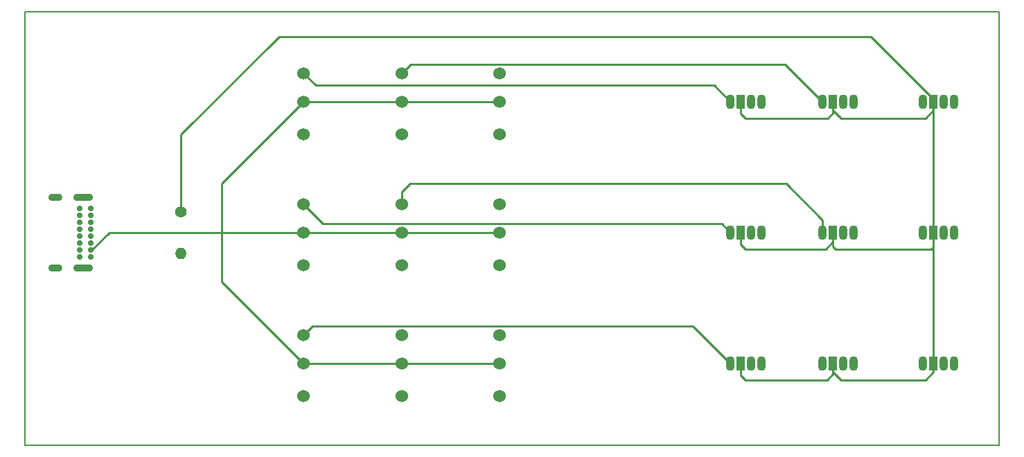
<source format=gbr>
%TF.GenerationSoftware,KiCad,Pcbnew,7.0.2*%
%TF.CreationDate,2024-02-04T01:23:05+01:00*%
%TF.ProjectId,TicTacToe,54696354-6163-4546-9f65-2e6b69636164,rev?*%
%TF.SameCoordinates,Original*%
%TF.FileFunction,Copper,L2,Bot*%
%TF.FilePolarity,Positive*%
%FSLAX46Y46*%
G04 Gerber Fmt 4.6, Leading zero omitted, Abs format (unit mm)*
G04 Created by KiCad (PCBNEW 7.0.2) date 2024-02-04 01:23:05*
%MOMM*%
%LPD*%
G01*
G04 APERTURE LIST*
%TA.AperFunction,NonConductor*%
%ADD10C,0.200000*%
%TD*%
%TA.AperFunction,ComponentPad*%
%ADD11C,1.524000*%
%TD*%
%TA.AperFunction,ComponentPad*%
%ADD12C,1.400000*%
%TD*%
%TA.AperFunction,ComponentPad*%
%ADD13O,1.400000X1.400000*%
%TD*%
%TA.AperFunction,ComponentPad*%
%ADD14C,0.700000*%
%TD*%
%TA.AperFunction,ComponentPad*%
%ADD15O,1.700000X0.900000*%
%TD*%
%TA.AperFunction,ComponentPad*%
%ADD16O,2.400000X0.900000*%
%TD*%
%TA.AperFunction,ComponentPad*%
%ADD17O,1.070000X1.800000*%
%TD*%
%TA.AperFunction,ComponentPad*%
%ADD18R,1.070000X1.800000*%
%TD*%
%TA.AperFunction,Conductor*%
%ADD19C,0.250000*%
%TD*%
G04 APERTURE END LIST*
D10*
X52000000Y-55000000D02*
X171000000Y-55000000D01*
X171000000Y-108000000D01*
X52000000Y-108000000D01*
X52000000Y-55000000D01*
D11*
%TO.P,SW9,1,A*%
%TO.N,Net-(D9-R)*%
X110000000Y-94500000D03*
%TO.P,SW9,2,B*%
%TO.N,USB*%
X110000000Y-98000000D03*
%TO.P,SW9,3,C*%
%TO.N,Net-(D9-B)*%
X110000000Y-102000000D03*
%TD*%
%TO.P,SW8,1,A*%
%TO.N,Net-(D8-R)*%
X98000000Y-94500000D03*
%TO.P,SW8,2,B*%
%TO.N,USB*%
X98000000Y-98000000D03*
%TO.P,SW8,3,C*%
%TO.N,Net-(D8-B)*%
X98000000Y-102000000D03*
%TD*%
%TO.P,SW7,1,A*%
%TO.N,Net-(D7-R)*%
X86000000Y-94500000D03*
%TO.P,SW7,2,B*%
%TO.N,USB*%
X86000000Y-98000000D03*
%TO.P,SW7,3,C*%
%TO.N,Net-(D7-B)*%
X86000000Y-102000000D03*
%TD*%
%TO.P,SW6,1,A*%
%TO.N,Net-(D6-R)*%
X110000000Y-78500000D03*
%TO.P,SW6,2,B*%
%TO.N,USB*%
X110000000Y-82000000D03*
%TO.P,SW6,3,C*%
%TO.N,Net-(D6-B)*%
X110000000Y-86000000D03*
%TD*%
%TO.P,SW5,1,A*%
%TO.N,Net-(D5-R)*%
X98000000Y-78500000D03*
%TO.P,SW5,2,B*%
%TO.N,USB*%
X98000000Y-82000000D03*
%TO.P,SW5,3,C*%
%TO.N,Net-(D5-B)*%
X98000000Y-86000000D03*
%TD*%
%TO.P,SW4,1,A*%
%TO.N,Net-(D4-R)*%
X86000000Y-78500000D03*
%TO.P,SW4,2,B*%
%TO.N,USB*%
X86000000Y-82000000D03*
%TO.P,SW4,3,C*%
%TO.N,Net-(D4-B)*%
X86000000Y-86000000D03*
%TD*%
%TO.P,SW3,1,A*%
%TO.N,Net-(D3-R)*%
X110000000Y-62500000D03*
%TO.P,SW3,2,B*%
%TO.N,USB*%
X110000000Y-66000000D03*
%TO.P,SW3,3,C*%
%TO.N,Net-(D3-B)*%
X110000000Y-70000000D03*
%TD*%
%TO.P,SW2,1,A*%
%TO.N,Net-(D2-R)*%
X98000000Y-62500000D03*
%TO.P,SW2,2,B*%
%TO.N,USB*%
X98000000Y-66000000D03*
%TO.P,SW2,3,C*%
%TO.N,Net-(D2-B)*%
X98000000Y-70000000D03*
%TD*%
%TO.P,SW1,1,A*%
%TO.N,Net-(D1-R)*%
X86000000Y-62500000D03*
%TO.P,SW1,2,B*%
%TO.N,USB*%
X86000000Y-66000000D03*
%TO.P,SW1,3,C*%
%TO.N,Net-(D1-B)*%
X86000000Y-70000000D03*
%TD*%
D12*
%TO.P,R1,1*%
%TO.N,Net-(D1-Pad4)*%
X71000000Y-79460000D03*
D13*
%TO.P,R1,2*%
%TO.N,GNDREF*%
X71000000Y-84540000D03*
%TD*%
D14*
%TO.P,J1,A1*%
%TO.N,N/C*%
X60025000Y-79025000D03*
%TO.P,J1,A4*%
X60025000Y-79875000D03*
%TO.P,J1,A5,CC1*%
%TO.N,unconnected-(J1-CC1-PadA5)*%
X60025000Y-80725000D03*
%TO.P,J1,A6*%
%TO.N,N/C*%
X60025000Y-81575000D03*
%TO.P,J1,A7*%
X60025000Y-82425000D03*
%TO.P,J1,A8*%
X60025000Y-83275000D03*
%TO.P,J1,A9,VBUS*%
%TO.N,USB*%
X60025000Y-84125000D03*
%TO.P,J1,A12,GND*%
%TO.N,GNDREF*%
X60025000Y-84975000D03*
%TO.P,J1,B1*%
%TO.N,N/C*%
X58675000Y-84975000D03*
%TO.P,J1,B4*%
X58675000Y-84125000D03*
%TO.P,J1,B5,CC2*%
%TO.N,unconnected-(J1-CC2-PadB5)*%
X58675000Y-83275000D03*
%TO.P,J1,B6*%
%TO.N,N/C*%
X58675000Y-82425000D03*
%TO.P,J1,B7*%
X58675000Y-81575000D03*
%TO.P,J1,B8*%
X58675000Y-80725000D03*
%TO.P,J1,B9,VBUS*%
%TO.N,USB*%
X58675000Y-79875000D03*
%TO.P,J1,B12,GND*%
%TO.N,GNDREF*%
X58675000Y-79025000D03*
D15*
%TO.P,J1,S1,SHIELD*%
%TO.N,unconnected-(J1-SHIELD-PadS1)*%
X55665000Y-86325000D03*
X55665000Y-77675000D03*
D16*
X59045000Y-86325000D03*
X59045000Y-77675000D03*
%TD*%
D17*
%TO.P,D9,1,R*%
%TO.N,Net-(D9-R)*%
X161730000Y-98000000D03*
%TO.P,D9,2,G*%
%TO.N,unconnected-(D9-G-Pad2)*%
X164270000Y-98000000D03*
%TO.P,D9,3,B*%
%TO.N,Net-(D9-B)*%
X165540000Y-98000000D03*
D18*
%TO.P,D9,4*%
%TO.N,Net-(D1-Pad4)*%
X163000000Y-98000000D03*
%TD*%
D17*
%TO.P,D8,1,R*%
%TO.N,Net-(D8-R)*%
X149460000Y-98000000D03*
%TO.P,D8,2,G*%
%TO.N,unconnected-(D8-G-Pad2)*%
X152000000Y-98000000D03*
%TO.P,D8,3,B*%
%TO.N,Net-(D8-B)*%
X153270000Y-98000000D03*
D18*
%TO.P,D8,4*%
%TO.N,Net-(D1-Pad4)*%
X150730000Y-98000000D03*
%TD*%
D17*
%TO.P,D7,1,R*%
%TO.N,Net-(D7-R)*%
X138190000Y-98000000D03*
%TO.P,D7,2,G*%
%TO.N,unconnected-(D7-G-Pad2)*%
X140730000Y-98000000D03*
%TO.P,D7,3,B*%
%TO.N,Net-(D7-B)*%
X142000000Y-98000000D03*
D18*
%TO.P,D7,4*%
%TO.N,Net-(D1-Pad4)*%
X139460000Y-98000000D03*
%TD*%
D17*
%TO.P,D6,1,R*%
%TO.N,Net-(D6-R)*%
X161730000Y-82000000D03*
%TO.P,D6,2,G*%
%TO.N,unconnected-(D6-G-Pad2)*%
X164270000Y-82000000D03*
%TO.P,D6,3,B*%
%TO.N,Net-(D6-B)*%
X165540000Y-82000000D03*
D18*
%TO.P,D6,4*%
%TO.N,Net-(D1-Pad4)*%
X163000000Y-82000000D03*
%TD*%
D17*
%TO.P,D5,1,R*%
%TO.N,Net-(D5-R)*%
X149460000Y-82000000D03*
%TO.P,D5,2,G*%
%TO.N,unconnected-(D5-G-Pad2)*%
X152000000Y-82000000D03*
%TO.P,D5,3,B*%
%TO.N,Net-(D5-B)*%
X153270000Y-82000000D03*
D18*
%TO.P,D5,4*%
%TO.N,Net-(D1-Pad4)*%
X150730000Y-82000000D03*
%TD*%
%TO.P,D4,4*%
%TO.N,Net-(D1-Pad4)*%
X139460000Y-82000000D03*
D17*
%TO.P,D4,3,B*%
%TO.N,Net-(D4-B)*%
X142000000Y-82000000D03*
%TO.P,D4,2,G*%
%TO.N,unconnected-(D4-G-Pad2)*%
X140730000Y-82000000D03*
%TO.P,D4,1,R*%
%TO.N,Net-(D4-R)*%
X138190000Y-82000000D03*
%TD*%
D18*
%TO.P,D3,4*%
%TO.N,Net-(D1-Pad4)*%
X163000000Y-66000000D03*
D17*
%TO.P,D3,3,B*%
%TO.N,Net-(D3-B)*%
X165540000Y-66000000D03*
%TO.P,D3,2,G*%
%TO.N,unconnected-(D3-G-Pad2)*%
X164270000Y-66000000D03*
%TO.P,D3,1,R*%
%TO.N,Net-(D3-R)*%
X161730000Y-66000000D03*
%TD*%
%TO.P,D2,1,R*%
%TO.N,Net-(D2-R)*%
X149460000Y-66000000D03*
%TO.P,D2,2,G*%
%TO.N,unconnected-(D2-G-Pad2)*%
X152000000Y-66000000D03*
%TO.P,D2,3,B*%
%TO.N,Net-(D2-B)*%
X153270000Y-66000000D03*
D18*
%TO.P,D2,4*%
%TO.N,Net-(D1-Pad4)*%
X150730000Y-66000000D03*
%TD*%
%TO.P,D1,4*%
%TO.N,Net-(D1-Pad4)*%
X139460000Y-66000000D03*
D17*
%TO.P,D1,3,B*%
%TO.N,Net-(D1-B)*%
X142000000Y-66000000D03*
%TO.P,D1,2,G*%
%TO.N,unconnected-(D1-G-Pad2)*%
X140730000Y-66000000D03*
%TO.P,D1,1,R*%
%TO.N,Net-(D1-R)*%
X138190000Y-66000000D03*
%TD*%
D19*
%TO.N,Net-(D1-Pad4)*%
X71000000Y-70000000D02*
X71000000Y-79460000D01*
X83000000Y-58000000D02*
X71000000Y-70000000D01*
X155365000Y-58000000D02*
X83000000Y-58000000D01*
X163000000Y-66000000D02*
X163000000Y-65635000D01*
X163000000Y-65635000D02*
X155365000Y-58000000D01*
X163000000Y-66000000D02*
X163000000Y-82000000D01*
X163000000Y-98000000D02*
X163000000Y-82000000D01*
X163000000Y-83682500D02*
X163000000Y-82000000D01*
X162682500Y-84000000D02*
X163000000Y-83682500D01*
X150730000Y-83730000D02*
X151000000Y-84000000D01*
X151000000Y-84000000D02*
X162682500Y-84000000D01*
X150730000Y-82000000D02*
X150730000Y-83730000D01*
X162000000Y-68000000D02*
X163000000Y-67000000D01*
X163000000Y-67000000D02*
X163000000Y-66000000D01*
X151682500Y-68000000D02*
X162000000Y-68000000D01*
X150730000Y-67047500D02*
X151682500Y-68000000D01*
X150730000Y-66000000D02*
X150730000Y-67047500D01*
X150070000Y-68000000D02*
X150730000Y-67340000D01*
X140047500Y-68000000D02*
X150070000Y-68000000D01*
X150730000Y-67340000D02*
X150730000Y-66000000D01*
X139460000Y-67412500D02*
X140047500Y-68000000D01*
X139460000Y-66000000D02*
X139460000Y-67412500D01*
X149861224Y-84000000D02*
X150730000Y-83131224D01*
X139460000Y-83460000D02*
X140000000Y-84000000D01*
X139460000Y-82000000D02*
X139460000Y-83460000D01*
X140000000Y-84000000D02*
X149861224Y-84000000D01*
X150730000Y-83131224D02*
X150730000Y-82000000D01*
X150730000Y-99290612D02*
X150730000Y-98000000D01*
X150020612Y-100000000D02*
X150730000Y-99290612D01*
X139460000Y-99412500D02*
X140047500Y-100000000D01*
X140047500Y-100000000D02*
X150020612Y-100000000D01*
X139460000Y-98000000D02*
X139460000Y-99412500D01*
X163000000Y-99000000D02*
X163000000Y-98000000D01*
X162000000Y-100000000D02*
X163000000Y-99000000D01*
X150730000Y-99047500D02*
X151682500Y-100000000D01*
X151682500Y-100000000D02*
X162000000Y-100000000D01*
X150730000Y-98000000D02*
X150730000Y-99047500D01*
%TO.N,USB*%
X76000000Y-88000000D02*
X76000000Y-82000000D01*
X86000000Y-98000000D02*
X76000000Y-88000000D01*
X76000000Y-76000000D02*
X76000000Y-82000000D01*
X86000000Y-66000000D02*
X76000000Y-76000000D01*
X76000000Y-82000000D02*
X62254595Y-82000000D01*
X86000000Y-82000000D02*
X76000000Y-82000000D01*
X60129595Y-84125000D02*
X60025000Y-84125000D01*
X62254595Y-82000000D02*
X60129595Y-84125000D01*
X110000000Y-98000000D02*
X98000000Y-98000000D01*
X86000000Y-98000000D02*
X98000000Y-98000000D01*
X110000000Y-82000000D02*
X98000000Y-82000000D01*
X86000000Y-82000000D02*
X98000000Y-82000000D01*
X110000000Y-66000000D02*
X98000000Y-66000000D01*
X86000000Y-66000000D02*
X98000000Y-66000000D01*
%TO.N,Net-(D7-R)*%
X133603000Y-93413000D02*
X138190000Y-98000000D01*
X87087000Y-93413000D02*
X133603000Y-93413000D01*
X86000000Y-94500000D02*
X87087000Y-93413000D01*
%TO.N,Net-(D4-R)*%
X137103000Y-80913000D02*
X138190000Y-82000000D01*
X88413000Y-80913000D02*
X137103000Y-80913000D01*
X86000000Y-78500000D02*
X88413000Y-80913000D01*
%TO.N,Net-(D5-R)*%
X145000000Y-76000000D02*
X149460000Y-80460000D01*
X99000000Y-76000000D02*
X145000000Y-76000000D01*
X98000000Y-77000000D02*
X99000000Y-76000000D01*
X149460000Y-80460000D02*
X149460000Y-82000000D01*
X98000000Y-78500000D02*
X98000000Y-77000000D01*
%TO.N,Net-(D2-R)*%
X144873000Y-61413000D02*
X149460000Y-66000000D01*
X99087000Y-61413000D02*
X144873000Y-61413000D01*
X98000000Y-62500000D02*
X99087000Y-61413000D01*
%TO.N,Net-(D1-R)*%
X87500000Y-64000000D02*
X136190000Y-64000000D01*
X136190000Y-64000000D02*
X138190000Y-66000000D01*
X86000000Y-62500000D02*
X87500000Y-64000000D01*
%TO.N,Net-(D1-Pad4)*%
X139460000Y-82000000D02*
X139460000Y-81547500D01*
X150730000Y-81635000D02*
X150730000Y-82000000D01*
X139460000Y-81540000D02*
X139460000Y-82000000D01*
%TD*%
M02*

</source>
